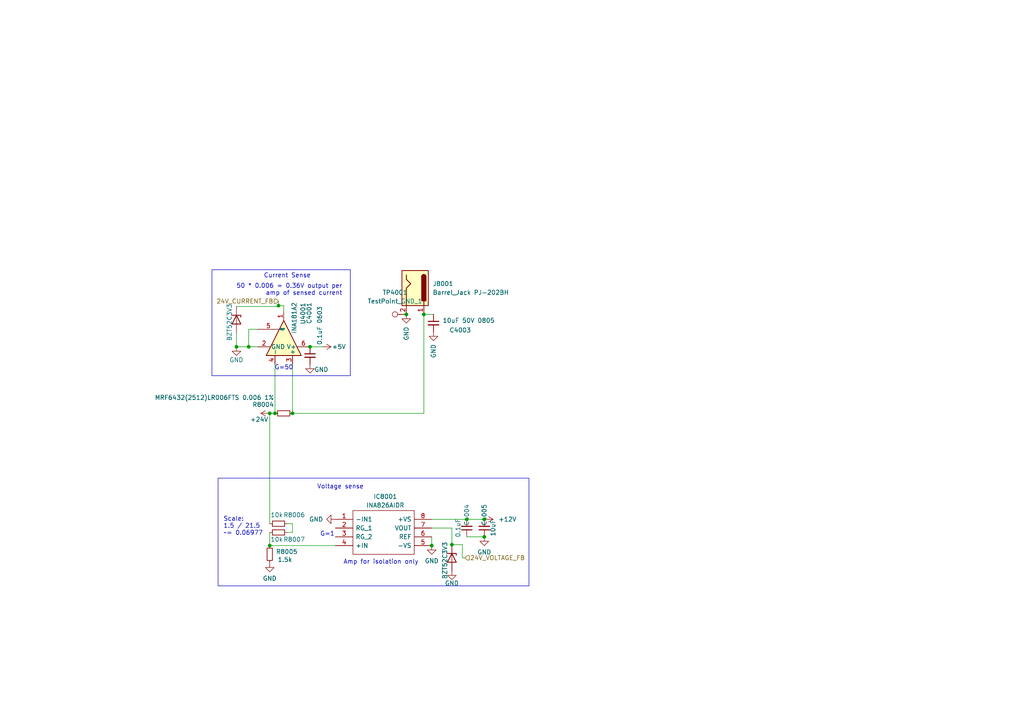
<source format=kicad_sch>
(kicad_sch (version 20231120) (generator "eeschema") (generator_version "8.0")
  (paper "A4")
  (lib_symbols
    (symbol "Amplifier_Current:INA181" (pin_names (offset 0.127))
      (property "Reference" "U" (at 3.81 3.81 0))
      (property "Value" "INA181" (at 3.81 -2.54 0))
      (symbol "INA181_0_1"
        (polyline (pts (xy 5.08 0) (xy -5.08 5.08) (xy -5.08 -5.08) (xy 5.08 0)) (stroke (width 0.254)) (fill (type background)))
      )
      (symbol "INA181_1_1"
        (pin output line (at 7.62 0 180) (length 2.54) (name "~") (number "1"))
        (pin power_in line (at -2.54 -7.62 90) (length 3.81) (name "GND") (number "2"))
        (pin input line (at -7.62 2.54 0) (length 2.54) (name "+") (number "3"))
        (pin input line (at -7.62 -2.54 0) (length 2.54) (name "-") (number "4"))
        (pin input line (at 2.54 -7.62 90) (length 6.35) (name "REF") (number "5"))
        (pin power_in line (at -2.54 7.62 270) (length 3.81) (name "V+") (number "6"))
      )
    )
    (symbol "Connector:Barrel_Jack" (pin_names (offset 1.016))
      (property "Reference" "J8001" (at -1.2701 5.08 90))
      (property "Value" "Barrel_Jack" (at 1.2699 5.08 90))
      (symbol "Barrel_Jack_0_1"
        (rectangle (start -5.08 3.81) (end 5.08 -3.81) (stroke (width 0.254)) (fill (type background)))
        (arc (start -3.302 3.175) (mid -3.9343 2.54) (end -3.302 1.905) (stroke (width 0.254)))
        (arc (start -3.302 3.175) (mid -3.9343 2.54) (end -3.302 1.905) (stroke (width 0.254)) (fill (type outline)))
        (polyline (pts (xy 5.08 2.54) (xy 3.81 2.54)) (stroke (width 0.254)))
        (polyline (pts (xy -3.81 -2.54) (xy -2.54 -2.54) (xy -1.27 -1.27) (xy 0 -2.54) (xy 2.54 -2.54) (xy 5.08 -2.54)) (stroke (width 0.254)))
        (rectangle (start 3.683 3.175) (end -3.302 1.905) (stroke (width 0.254)) (fill (type outline)))
      )
      (symbol "Barrel_Jack_1_1"
        (pin passive line (at 7.62 2.54 180) (length 2.54) (name "~") (number "1"))
        (pin passive line (at 7.62 -2.54 180) (length 2.54) (name "~") (number "2"))
      )
    )
    (symbol "Connector:TestPoint" (pin_numbers hide) (pin_names (offset 0.762) hide)
      (property "Reference" "TP" (at 0 6.858 0))
      (property "Value" "TestPoint" (at 0 5.08 0))
      (symbol "TestPoint_0_1"
        (circle (center 0 3.302) (radius 0.762))
      )
      (symbol "TestPoint_1_1"
        (pin passive line (at 0 0 90) (length 2.54) (name "1") (number "1"))
      )
    )
    (symbol "Device:C_Small" (pin_numbers hide) (pin_names (offset 0.254) hide)
      (property "Reference" "C" (at 0.254 1.778 0))
      (property "Value" "C_Small" (at 0.254 -2.032 0))
      (symbol "C_Small_0_1"
        (polyline (pts (xy -1.524 -0.508) (xy 1.524 -0.508)) (stroke (width 0.3302)))
        (polyline (pts (xy -1.524 0.508) (xy 1.524 0.508)) (stroke (width 0.3048)))
      )
      (symbol "C_Small_1_1"
        (pin passive line (at 0 2.54 270) (length 2.032) (name "~") (number "1"))
        (pin passive line (at 0 -2.54 90) (length 2.032) (name "~") (number "2"))
      )
    )
    (symbol "Device:D_Zener" (pin_numbers hide) (pin_names (offset 1.016) hide)
      (property "Reference" "D" (at 0 2.54 0))
      (property "Value" "D_Zener" (at 0 -2.54 0))
      (symbol "D_Zener_0_1"
        (polyline (pts (xy 1.27 0) (xy -1.27 0)))
        (polyline (pts (xy -1.27 -1.27) (xy -1.27 1.27) (xy -0.762 1.27)) (stroke (width 0.254)))
        (polyline (pts (xy 1.27 -1.27) (xy 1.27 1.27) (xy -1.27 0) (xy 1.27 -1.27)) (stroke (width 0.254)))
      )
      (symbol "D_Zener_1_1"
        (pin passive line (at -3.81 0 0) (length 2.54) (name "K") (number "1"))
        (pin passive line (at 3.81 0 180) (length 2.54) (name "A") (number "2"))
      )
    )
    (symbol "Device:R_Small" (pin_numbers hide) (pin_names (offset 0.254) hide)
      (property "Reference" "R" (at 0.762 0.508 0))
      (property "Value" "R_Small" (at 0.762 -1.016 0))
      (symbol "R_Small_0_1"
        (rectangle (start -0.762 1.778) (end 0.762 -1.778) (stroke (width 0.2032)))
      )
      (symbol "R_Small_1_1"
        (pin passive line (at 0 2.54 270) (length 0.762) (name "~") (number "1"))
        (pin passive line (at 0 -2.54 90) (length 0.762) (name "~") (number "2"))
      )
    )
    (symbol "aaa:INA826AIDR" (pin_names (offset 0.762))
      (property "Reference" "IC8001" (at 14.478 6.604 0))
      (property "Value" "INA826AIDR" (at 14.478 4.064 0))
      (symbol "INA826AIDR_0_0"
        (pin passive line (at 0 0 0) (length 5.08) (name "-IN1") (number "1"))
        (pin passive line (at 0 -2.54 0) (length 5.08) (name "RG_1") (number "2"))
        (pin passive line (at 0 -5.08 0) (length 5.08) (name "RG_2") (number "3"))
        (pin passive line (at 0 -7.62 0) (length 5.08) (name "+IN") (number "4"))
        (pin passive line (at 27.94 -7.62 180) (length 5.08) (name "-VS") (number "5"))
        (pin passive line (at 27.94 -5.08 180) (length 5.08) (name "REF") (number "6"))
        (pin passive line (at 27.94 -2.54 180) (length 5.08) (name "VOUT") (number "7"))
        (pin passive line (at 27.94 0 180) (length 5.08) (name "+VS") (number "8"))
      )
      (symbol "INA826AIDR_0_1"
        (polyline (pts (xy 5.08 2.54) (xy 22.86 2.54) (xy 22.86 -10.16) (xy 5.08 -10.16) (xy 5.08 2.54)) (stroke (width 0.1524)))
      )
    )
    (symbol "power:+12V" (power) (pin_names (offset 0))
      (property "Value" "+12V" (at 0 3.556 0))
      (symbol "+12V_0_1"
        (polyline (pts (xy -0.762 1.27) (xy 0 2.54)))
        (polyline (pts (xy 0 0) (xy 0 2.54)))
        (polyline (pts (xy 0 2.54) (xy 0.762 1.27)))
      )
      (symbol "+12V_1_1"
        (pin power_in line (at 0 0 90) (length 0) hide (name "+12V") (number "1"))
      )
    )
    (symbol "power:+24V" (power) (pin_names (offset 0))
      (property "Value" "+24V" (at 0 3.556 0))
      (symbol "+24V_0_1"
        (polyline (pts (xy -0.762 1.27) (xy 0 2.54)))
        (polyline (pts (xy 0 0) (xy 0 2.54)))
        (polyline (pts (xy 0 2.54) (xy 0.762 1.27)))
      )
      (symbol "+24V_1_1"
        (pin power_in line (at 0 0 90) (length 0) hide (name "+24V") (number "1"))
      )
    )
    (symbol "power:+5V" (power) (pin_names (offset 0))
      (property "Value" "+5V" (at 0 3.556 0))
      (symbol "+5V_0_1"
        (polyline (pts (xy -0.762 1.27) (xy 0 2.54)))
        (polyline (pts (xy 0 0) (xy 0 2.54)))
        (polyline (pts (xy 0 2.54) (xy 0.762 1.27)))
      )
      (symbol "+5V_1_1"
        (pin power_in line (at 0 0 90) (length 0) hide (name "+5V") (number "1"))
      )
    )
    (symbol "power:GND" (power) (pin_names (offset 0))
      (property "Value" "GND" (at 0 -3.81 0))
      (symbol "GND_0_1"
        (polyline (pts (xy 0 0) (xy 0 -1.27) (xy 1.27 -1.27) (xy 0 -2.54) (xy -1.27 -1.27) (xy 0 -1.27)))
      )
      (symbol "GND_1_1"
        (pin power_in line (at 0 0 270) (length 0) hide (name "GND") (number "1"))
      )
    )
  )
  (junction (at 89.916 100.584))
  (junction (at 78.232 158.242))
  (junction (at 78.232 119.888))
  (junction (at 72.136 100.584))
  (junction (at 140.462 150.622))
  (junction (at 125.222 158.242))
  (junction (at 140.462 155.702))
  (junction (at 131.064 157.988))
  (junction (at 117.856 91.186))
  (junction (at 80.772 88.646))
  (junction (at 84.836 119.888))
  (junction (at 122.936 91.186))
  (junction (at 79.756 119.888))
  (junction (at 68.58 100.584))
  (junction (at 135.382 150.622))
  (wire (pts (xy 78.232 158.242) (xy 97.282 158.242)))
  (wire (pts (xy 84.836 119.888) (xy 122.936 119.888)))
  (wire (pts (xy 79.756 105.664) (xy 79.756 119.888)))
  (wire (pts (xy 82.296 88.646) (xy 80.772 88.646)))
  (wire (pts (xy 72.136 95.504) (xy 72.136 100.584)))
  (wire (pts (xy 125.222 155.702) (xy 125.222 158.242)))
  (wire (pts (xy 135.382 155.702) (xy 140.462 155.702)))
  (wire (pts (xy 80.772 87.376) (xy 80.772 88.646)))
  (wire (pts (xy 80.772 88.9) (xy 80.772 88.646)))
  (wire (pts (xy 122.936 91.186) (xy 122.936 119.888)))
  (wire (pts (xy 78.232 119.888) (xy 79.756 119.888)))
  (wire (pts (xy 72.136 100.584) (xy 74.676 100.584)))
  (wire (pts (xy 135.382 150.622) (xy 140.462 150.622)))
  (wire (pts (xy 84.836 105.664) (xy 84.836 119.888)))
  (wire (pts (xy 122.936 91.186) (xy 125.73 91.186)))
  (wire (pts (xy 68.58 100.584) (xy 72.136 100.584)))
  (wire (pts (xy 78.232 154.432) (xy 78.232 158.242)))
  (wire (pts (xy 134.112 157.988) (xy 131.064 157.988)))
  (wire (pts (xy 125.222 150.622) (xy 135.382 150.622)))
  (wire (pts (xy 78.232 119.888) (xy 78.232 151.892)))
  (wire (pts (xy 134.874 161.798) (xy 134.112 161.798)))
  (wire (pts (xy 125.222 153.162) (xy 131.064 153.162)))
  (wire (pts (xy 134.112 161.798) (xy 134.112 157.988)))
  (wire (pts (xy 84.836 151.892) (xy 84.836 154.432)))
  (wire (pts (xy 74.676 95.504) (xy 72.136 95.504)))
  (wire (pts (xy 68.58 88.9) (xy 80.772 88.9)))
  (wire (pts (xy 82.296 90.424) (xy 82.296 88.646)))
  (wire (pts (xy 93.472 100.584) (xy 89.916 100.584)))
  (wire (pts (xy 68.58 96.52) (xy 68.58 100.584)))
  (wire (pts (xy 84.836 154.432) (xy 83.312 154.432)))
  (wire (pts (xy 83.312 151.892) (xy 84.836 151.892)))
  (wire (pts (xy 131.064 153.162) (xy 131.064 157.988)))
  (rectangle (start 61.468 78.232) (end 101.6 108.966))
  (rectangle (start 63.246 138.684) (end 153.416 169.926))
  (text "Scale:\n1.5 / 21.5\n~= 0.06977" (at 64.77 155.448 0) (effects (font (size 1.27 1.27)) (justify left bottom)))
  (text "Voltage sense" (at 91.948 141.986 0) (effects (font (size 1.27 1.27)) (justify left bottom)))
  (text "Amp for isolation only" (at 99.568 163.83 0) (effects (font (size 1.27 1.27)) (justify left bottom)))
  (text "G=1" (at 92.837 155.702 0) (effects (font (size 1.27 1.27)) (justify left bottom)))
  (text "Current Sense" (at 90.17 80.772 0) (effects (font (size 1.27 1.27)) (justify right bottom)))
  (text "G=50" (at 85.09 107.442 0) (effects (font (size 1.27 1.27)) (justify right bottom)))
  (text "50 * 0.006 = 0.36V output per\namp of sensed current" (at 99.314 85.852 0) (effects (font (size 1.27 1.27)) (justify right bottom)))
  (hierarchical_label "24V_VOLTAGE_FB" (shape input) (at 134.874 161.798 0))
  (hierarchical_label "24V_CURRENT_FB" (shape input) (at 80.772 87.376 180))
  (symbol (lib_id "Device:R_Small") (at 80.772 151.892 90) (unit 1)
    (property "Reference" "R8006" (at 85.344 149.352 90))
    (property "Value" "10k" (at 80.264 149.352 90))
    (property "Footprint" "Resistor_SMD:R_0402_1005Metric" (effects (hide yes)))
    (property "Description" "Resistor, small symbol" (effects (hide yes)))
    (property "LCSC" "C25744" (effects (hide yes)))
  )
  (symbol (lib_id "Device:D_Zener") (at 131.064 161.798 270) (unit 1)
    (property "Reference" "D5002" (effects (hide yes)))
    (property "Value" "BZT52C3V3" (at 129.032 162.56 0))
    (property "Footprint" "Diode_SMD:D_SOD-323" (effects (hide yes)))
    (property "LCSC" "C2112" (effects (hide yes)))
  )
  (symbol (lib_id "Connector:TestPoint") (at 117.856 91.186 90) (unit 1)
    (property "Reference" "TP4001" (at 114.554 84.836 90))
    (property "Value" "TestPoint_GND_1" (at 114.554 87.376 90))
    (property "Footprint" "TestPoint:TestPoint_Pad_D1.0mm" (effects (hide yes)))
    (instances (project "stm32h7_base" (path "" (reference "TP4001") (unit 1))) (project "simplicity_analog_1" (path "" (reference "TP8002") (unit 1))))
  )
  (symbol (lib_id "power:+5V") (at 93.472 100.584 270) (mirror x) (unit 1)
    (property "Reference" "#PWR08005" (effects (hide yes)))
    (property "Value" "+5V" (at 98.298 100.584 90))
  )
  (symbol (lib_id "power:GND") (at 97.282 150.622 270) (unit 1)
    (property "Reference" "#PWR04001" (effects (hide yes)))
    (property "Value" "GND" (at 93.726 150.6219 90) (effects (justify right)))
    (instances (project "stm32h7_base" (path "" (reference "#PWR04001") (unit 1))) (project "simplicity_analog_1" (path "" (reference "#PWR0101") (unit 1))))
  )
  (symbol (lib_id "power:GND") (at 117.856 91.186 0) (unit 1)
    (property "Reference" "#PWR08006" (effects (hide yes)))
    (property "Value" "GND" (at 117.856 98.806 90) (effects (justify left)))
  )
  (symbol (lib_id "power:GND") (at 89.916 105.664 0) (mirror y) (unit 1)
    (property "Reference" "#PWR08004" (effects (hide yes)))
    (property "Value" "GND" (at 95.25 107.188 0) (effects (justify left)))
  )
  (symbol (lib_id "Device:R_Small") (at 80.772 154.432 90) (unit 1)
    (property "Reference" "R8007" (at 85.344 156.464 90))
    (property "Value" "10k" (at 80.264 156.464 90))
    (property "Footprint" "Resistor_SMD:R_0402_1005Metric" (effects (hide yes)))
    (property "Description" "Resistor, small symbol" (effects (hide yes)))
    (property "LCSC" "C25744" (effects (hide yes)))
  )
  (symbol (lib_id "power:GND") (at 125.73 96.266 0) (unit 1)
    (property "Reference" "#PWR08007" (effects (hide yes)))
    (property "Value" "GND" (at 125.73 103.886 90) (effects (justify left)))
  )
  (symbol (lib_id "Device:C_Small") (at 140.462 153.162 180) (unit 1)
    (property "Reference" "C4005" (at 140.462 149.352 90))
    (property "Value" "10uF" (at 143.002 153.162 90))
    (property "Footprint" "Capacitor_SMD:C_0603_1608Metric" (effects (hide yes)))
    (instances (project "stm32h7_base" (path "" (reference "C4005") (unit 1))) (project "simplicity_analog_1" (path "" (reference "C8006") (unit 1))))
  )
  (symbol (lib_id "Device:C_Small") (at 135.382 153.162 180) (unit 1)
    (property "Reference" "C4004" (at 135.382 149.352 90))
    (property "Value" "0.1uF" (at 132.842 153.162 90))
    (property "Footprint" "Capacitor_SMD:C_0402_1005Metric" (effects (hide yes)))
    (instances (project "stm32h7_base" (path "" (reference "C4004") (unit 1))) (project "simplicity_analog_1" (path "" (reference "C8005") (unit 1))))
  )
  (symbol (lib_id "power:GND") (at 140.462 155.702 0) (unit 1)
    (property "Reference" "#PWR08010" (effects (hide yes)))
    (property "Value" "GND" (at 140.462 160.147 0))
  )
  (symbol (lib_id "power:GND") (at 131.064 165.608 0) (unit 1)
    (property "Reference" "#PWR5001" (effects (hide yes)))
    (property "Value" "GND" (at 131.064 169.164 0))
  )
  (symbol (lib_id "Device:R_Small") (at 78.232 160.782 180) (unit 1)
    (property "Reference" "R8005" (at 80.01 160.02 0) (effects (justify right)))
    (property "Value" "1.5k" (at 80.518 162.306 0) (effects (justify right)))
    (property "Footprint" "Resistor_SMD:R_0402_1005Metric" (effects (hide yes)))
    (property "Description" "Resistor, small symbol" (effects (hide yes)))
    (property "LCSC" "C25867" (effects (hide yes)))
  )
  (symbol (lib_id "Device:R_Small") (at 82.296 119.888 90) (mirror x) (unit 1)
    (property "Reference" "R8004" (at 79.502 117.348 90) (effects (justify left)))
    (property "Value" "MRF6432(2512)LR006FTS 0.006 1%" (at 79.502 115.316 90) (effects (justify left)))
    (property "Footprint" "Resistor_SMD:R_2512_6332Metric" (effects (hide yes)))
    (property "Description" "Resistor, small symbol" (effects (hide yes)))
    (property "LCSC" "C76239" (effects (hide yes)))
  )
  (symbol (lib_id "Connector:Barrel_Jack") (at 120.396 83.566 270) (unit 1)
    (property "Reference" "J8001" (at 125.476 82.2959 90) (effects (justify left)))
    (property "Value" "Barrel_Jack PJ-202BH" (at 125.476 84.8359 90) (effects (justify left)))
    (property "Footprint" "Connector_BarrelJack:BarrelJack_Horizontal" (effects (hide yes)))
    (property "LCSC" "C3094841" (effects (hide yes)))
  )
  (symbol (lib_id "Device:C_Small") (at 125.73 93.726 0) (unit 1)
    (property "Reference" "C4003" (at 136.652 95.758 0) (effects (justify right)))
    (property "Value" "10uF 50V 0805" (at 143.51 92.964 0) (effects (justify right)))
    (property "Footprint" "Capacitor_SMD:C_0805_2012Metric" (effects (hide yes)))
    (property "LCSC" "C440198" (effects (hide yes)))
    (instances (project "stm32h7_base" (path "" (reference "C4003") (unit 1))) (project "simplicity_analog_1" (path "" (reference "C8003") (unit 1))))
  )
  (symbol (lib_id "Device:D_Zener") (at 68.58 92.71 270) (unit 1)
    (property "Reference" "D5003" (effects (hide yes)))
    (property "Value" "BZT52C3V3" (at 66.548 93.472 0))
    (property "Footprint" "Diode_SMD:D_SOD-323" (effects (hide yes)))
    (property "LCSC" "C2112" (effects (hide yes)))
  )
  (symbol (lib_id "Device:C_Small") (at 89.916 103.124 0) (mirror y) (unit 1)
    (property "Reference" "C4001" (at 89.662 93.98 90) (effects (justify left)))
    (property "Value" "0.1uF 0603" (at 92.71 100.076 90) (effects (justify left)))
    (property "Footprint" "Capacitor_SMD:C_0603_1608Metric" (effects (hide yes)))
    (instances (project "stm32h7_base" (path "" (reference "C4001") (unit 1))) (project "simplicity_analog_1" (path "" (reference "C8001") (unit 1))))
  )
  (symbol (lib_id "aaa:INA826AIDR") (at 97.282 150.622 0) (unit 1)
    (property "Reference" "IC8001" (at 111.76 144.018 0))
    (property "Value" "INA826AIDR" (at 111.76 146.558 0))
    (property "Footprint" "aaa:SOIC127P600X175-8N" (effects (hide yes)))
    (property "Datasheet" "http://www.ti.com/lit/gpn/ina826" (effects (hide yes)))
    (property "Description" "Precision, 200-uA Supply Current, 36-V Supply Instrumentation Amplifier" (effects (hide yes)))
    (property "Height" "1.75" (effects (hide yes)))
    (property "Manufacturer_Name" "Texas Instruments" (effects (hide yes)))
    (property "Manufacturer_Part_Number" "INA826AIDR" (effects (hide yes)))
    (property "Mouser Part Number" "595-INA826AIDR" (effects (hide yes)))
    (property "Mouser Price/Stock" "https://www.mouser.co.uk/ProductDetail/Texas-Instruments/INA826AIDR?qs=RqytGdBYyUFuQNJtlkA6aQ%3D%3D" (effects (hide yes)))
    (property "Arrow Part Number" "INA826AIDR" (effects (hide yes)))
    (property "Arrow Price/Stock" "https://www.arrow.com/en/products/ina826aidr/texas-instruments?region=nac" (effects (hide yes)))
    (property "LCSC" "C38433" (effects (hide yes)))
  )
  (symbol (lib_id "power:GND") (at 68.58 100.584 0) (mirror y) (unit 1)
    (property "Reference" "#PWR08002" (effects (hide yes)))
    (property "Value" "GND" (at 70.612 104.394 0) (effects (justify left)))
  )
  (symbol (lib_id "power:GND") (at 125.222 158.242 0) (unit 1)
    (property "Reference" "#PWR08008" (effects (hide yes)))
    (property "Value" "GND" (at 125.222 162.687 0))
  )
  (symbol (lib_id "power:GND") (at 78.232 163.322 0) (unit 1)
    (property "Reference" "#PWR08011" (effects (hide yes)))
    (property "Value" "GND" (at 78.232 167.767 0))
  )
  (symbol (lib_id "Amplifier_Current:INA181") (at 82.296 98.044 270) (mirror x) (unit 1)
    (property "Reference" "U4001" (at 87.884 90.932 0))
    (property "Value" "INA181A2" (at 85.344 92.202 0))
    (property "Footprint" "Package_TO_SOT_SMD:SOT-23-6" (effects (hide yes)))
    (property "Datasheet" "http://www.ti.com/lit/ds/symlink/ina181.pdf" (effects (hide yes)))
    (property "LCSC" "C2058784" (effects (hide yes)))
    (instances (project "stm32h7_base" (path "" (reference "U4001") (unit 1))) (project "simplicity_analog_1" (path "" (reference "U8001") (unit 1))))
  )
  (symbol (lib_id "power:+12V") (at 140.462 150.622 270) (unit 1)
    (property "Reference" "#PWR08009" (effects (hide yes)))
    (property "Value" "+12V" (at 144.526 150.6219 90) (effects (justify left)))
  )
  (symbol (lib_id "power:+24V") (at 78.232 119.888 90) (mirror x) (unit 1)
    (property "Reference" "#PWR08003" (effects (hide yes)))
    (property "Value" "+24V" (at 75.184 121.666 90))
  )
)
</source>
